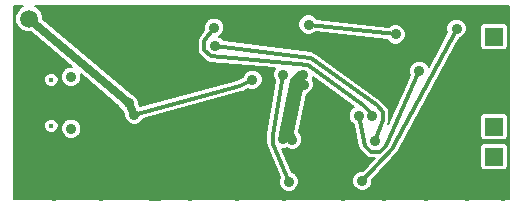
<source format=gbl>
%FSLAX45Y45*%
G04 Gerber Fmt 4.5, Leading zero omitted, Abs format (unit mm)*
G04 Created by KiCad (PCBNEW (2014-07-12 BZR 4289 GOST-COMMITTERS)-product) date 07.04.2017 13:29:06*
%MOMM*%
G01*
G04 APERTURE LIST*
%ADD10C,0.150000*%
%ADD11C,0.900000*%
%ADD12C,0.400000*%
%ADD13C,1.500000*%
%ADD14R,1.500000X1.500000*%
%ADD15C,5.000000*%
%ADD16R,0.800000X0.800000*%
%ADD17C,0.700000*%
%ADD18C,0.300000*%
%ADD19C,0.200000*%
G04 APERTURE END LIST*
D10*
D11*
X9296400Y-6214400D03*
X9296400Y-5774400D03*
D12*
X9130400Y-5799400D03*
X9130400Y-6189400D03*
D13*
X8940800Y-5283200D03*
X8940800Y-6705600D03*
D14*
X12877800Y-6451600D03*
X12877800Y-6197600D03*
D13*
X12877800Y-5943600D03*
D14*
X12877800Y-5435600D03*
D13*
X12877800Y-5689600D03*
D15*
X10007600Y-6575990D03*
X10010200Y-5418040D03*
D16*
X11498210Y-6433810D03*
X11578210Y-6193810D03*
X11578210Y-6273810D03*
X11578210Y-6353810D03*
X11578210Y-6433810D03*
X11578210Y-6513810D03*
X11498210Y-6193810D03*
X11498210Y-6273810D03*
X11498210Y-6353810D03*
X11498210Y-6513810D03*
D11*
X10827000Y-6300120D03*
X9150000Y-5210000D03*
X9550000Y-5210000D03*
X10500000Y-5210000D03*
X11330520Y-5210000D03*
X11550000Y-5210000D03*
X12000000Y-5210000D03*
X12600000Y-5210000D03*
X12950000Y-5210000D03*
X12950000Y-6780000D03*
X12650000Y-6780000D03*
X12300000Y-6780000D03*
X11950000Y-6780000D03*
X11100000Y-6780000D03*
X10700000Y-6780000D03*
X10300000Y-6780000D03*
X9550000Y-6780000D03*
X9150000Y-6780000D03*
X11595430Y-6781350D03*
X10687600Y-5759590D03*
X10660600Y-6010000D03*
X12061800Y-5560340D03*
X12307500Y-6190370D03*
X9785020Y-5999000D03*
X9831640Y-6093630D03*
X10832800Y-5797860D03*
X12045100Y-5415830D03*
X11307070Y-5331260D03*
X11092000Y-5756410D03*
X11141600Y-6660920D03*
X10516300Y-5511920D03*
X11871250Y-6319540D03*
X10507800Y-5358070D03*
X11845770Y-6105330D03*
X12244200Y-5722390D03*
X11732270Y-6104480D03*
X12560100Y-5366470D03*
X11763180Y-6655920D03*
X11266300Y-5840070D03*
X11171000Y-6306440D03*
X11264200Y-5762090D03*
X11094800Y-6302550D03*
D17*
X10582500Y-6774770D02*
X10700000Y-6780000D01*
X12587500Y-6194110D02*
X11973200Y-6756800D01*
X11973200Y-6756800D02*
X11950000Y-6780000D01*
X11498210Y-6513810D02*
X11493210Y-6518810D01*
X11493210Y-6518810D02*
X11493210Y-6553810D01*
X11493210Y-6553810D02*
X11493210Y-6573510D01*
X11493210Y-6573510D02*
X11595430Y-6781350D01*
X9150000Y-6780000D02*
X9550000Y-6780000D01*
X10827000Y-6300120D02*
X10660600Y-6010000D01*
X8940800Y-6705600D02*
X9150000Y-6780000D01*
X12877800Y-5943600D02*
X12587500Y-6194110D01*
X12587500Y-6194110D02*
X12307500Y-6190370D01*
X10582500Y-6774770D02*
X10589990Y-6734430D01*
X10589990Y-6734430D02*
X10827000Y-6300120D01*
X12300000Y-6780000D02*
X12650000Y-6780000D01*
X11550000Y-5210000D02*
X11330520Y-5210000D01*
X11595430Y-6781350D02*
X11950000Y-6780000D01*
X11950000Y-6780000D02*
X12300000Y-6780000D01*
X12000000Y-5210000D02*
X11550000Y-5210000D01*
X11330520Y-5210000D02*
X10500000Y-5210000D01*
X9550000Y-5210000D02*
X9150000Y-5210000D01*
X11100000Y-6780000D02*
X11595430Y-6781350D01*
X12600000Y-5210000D02*
X12000000Y-5210000D01*
D18*
X10687600Y-5759590D02*
X10450500Y-5658280D01*
X10450500Y-5658280D02*
X10025960Y-5380000D01*
X10025960Y-5380000D02*
X10000000Y-5380000D01*
D17*
X12877800Y-5689600D02*
X12737790Y-5537530D01*
X12737790Y-5537530D02*
X12737790Y-5483670D01*
X12737790Y-5483670D02*
X12737790Y-5333670D01*
X12737790Y-5333670D02*
X12775870Y-5295590D01*
X12775870Y-5295590D02*
X12950000Y-5210000D01*
X10300000Y-6780000D02*
X10582500Y-6774770D01*
X9785020Y-5999000D02*
X9831640Y-6093630D01*
D18*
X10832800Y-5797860D02*
X10724880Y-5849600D01*
X10724880Y-5849600D02*
X9831640Y-6093630D01*
D17*
X8940800Y-5283200D02*
X9785020Y-5999000D01*
D18*
X11307070Y-5331260D02*
X12045100Y-5415830D01*
X11092000Y-5756410D02*
X11004790Y-6265270D01*
X11004790Y-6265270D02*
X11004790Y-6339830D01*
X11004790Y-6339830D02*
X11141600Y-6660920D01*
X11871250Y-6319540D02*
X11935780Y-6142610D01*
X11935780Y-6142610D02*
X11935780Y-6068050D01*
X11935780Y-6068050D02*
X11883050Y-6015320D01*
X11883050Y-6015320D02*
X11330000Y-5615730D01*
X11330000Y-5615730D02*
X11321170Y-5612070D01*
X11321170Y-5612070D02*
X10516300Y-5511920D01*
X11845770Y-6105330D02*
X11822280Y-6067200D01*
X11822280Y-6067200D02*
X11769550Y-6014470D01*
X11769550Y-6014470D02*
X11301480Y-5672080D01*
X11301480Y-5672080D02*
X10479020Y-5601930D01*
X10479020Y-5601930D02*
X10426290Y-5549200D01*
X10426290Y-5549200D02*
X10426290Y-5474640D01*
X10426290Y-5474640D02*
X10507800Y-5358070D01*
X11732270Y-6104480D02*
X11781240Y-6356820D01*
X11781240Y-6356820D02*
X11833970Y-6409550D01*
X11833970Y-6409550D02*
X11908530Y-6409550D01*
X11908530Y-6409550D02*
X11961260Y-6356820D01*
X11961260Y-6356820D02*
X12244200Y-5722390D01*
X11763180Y-6655920D02*
X12017610Y-6385340D01*
X12017610Y-6385340D02*
X12560100Y-5366470D01*
D17*
X11094800Y-6302550D02*
X11094800Y-6259970D01*
X11094800Y-6259970D02*
X11188400Y-5807770D01*
X11188400Y-5807770D02*
X11234000Y-5762090D01*
X11234000Y-5762090D02*
X11264200Y-5762090D01*
X11171000Y-6306440D02*
X11152400Y-6244720D01*
X11152400Y-6244720D02*
X11230900Y-5837360D01*
X11230900Y-5837360D02*
X11266300Y-5840070D01*
D19*
G36*
X13008100Y-6810500D02*
X12992800Y-6810500D01*
X12992800Y-6534556D01*
X12992800Y-6518643D01*
X12992800Y-6368643D01*
X12992800Y-6280556D01*
X12992800Y-6264643D01*
X12992800Y-6114643D01*
X12992800Y-5518557D01*
X12992800Y-5502644D01*
X12992800Y-5352644D01*
X12986710Y-5337942D01*
X12975458Y-5326690D01*
X12960756Y-5320600D01*
X12944843Y-5320600D01*
X12794843Y-5320600D01*
X12780142Y-5326690D01*
X12768890Y-5337942D01*
X12762800Y-5352644D01*
X12762800Y-5368557D01*
X12762800Y-5518557D01*
X12768890Y-5533258D01*
X12780142Y-5544510D01*
X12794843Y-5550600D01*
X12810756Y-5550600D01*
X12960756Y-5550600D01*
X12975458Y-5544510D01*
X12986710Y-5533258D01*
X12992800Y-5518557D01*
X12992800Y-6114643D01*
X12986710Y-6099942D01*
X12975458Y-6088690D01*
X12960756Y-6082600D01*
X12944843Y-6082600D01*
X12794843Y-6082600D01*
X12780142Y-6088690D01*
X12768890Y-6099942D01*
X12762800Y-6114643D01*
X12762800Y-6130556D01*
X12762800Y-6280556D01*
X12768890Y-6295258D01*
X12780142Y-6306510D01*
X12794843Y-6312600D01*
X12810756Y-6312600D01*
X12960756Y-6312600D01*
X12975458Y-6306510D01*
X12986710Y-6295258D01*
X12992800Y-6280556D01*
X12992800Y-6368643D01*
X12986710Y-6353942D01*
X12975458Y-6342690D01*
X12960756Y-6336600D01*
X12944843Y-6336600D01*
X12794843Y-6336600D01*
X12780142Y-6342690D01*
X12768890Y-6353942D01*
X12762800Y-6368643D01*
X12762800Y-6384556D01*
X12762800Y-6534556D01*
X12768890Y-6549258D01*
X12780142Y-6560510D01*
X12794843Y-6566600D01*
X12810756Y-6566600D01*
X12960756Y-6566600D01*
X12975458Y-6560510D01*
X12986710Y-6549258D01*
X12992800Y-6534556D01*
X12992800Y-6810500D01*
X12645115Y-6810500D01*
X12645115Y-5349637D01*
X12632201Y-5318384D01*
X12608311Y-5294453D01*
X12577082Y-5281485D01*
X12543267Y-5281455D01*
X12512014Y-5294369D01*
X12488083Y-5318259D01*
X12475115Y-5349488D01*
X12475085Y-5383303D01*
X12481090Y-5397835D01*
X12323985Y-5692899D01*
X12316301Y-5674304D01*
X12292411Y-5650373D01*
X12261182Y-5637405D01*
X12227367Y-5637375D01*
X12196114Y-5650288D01*
X12172183Y-5674178D01*
X12159215Y-5705408D01*
X12159185Y-5739223D01*
X12167498Y-5759342D01*
X12130115Y-5843167D01*
X12130115Y-5398997D01*
X12117201Y-5367744D01*
X12093311Y-5343813D01*
X12062082Y-5330845D01*
X12028267Y-5330815D01*
X11997014Y-5343729D01*
X11986922Y-5353804D01*
X11379600Y-5284211D01*
X11379171Y-5283174D01*
X11355281Y-5259243D01*
X11324052Y-5246275D01*
X11290237Y-5246245D01*
X11258984Y-5259159D01*
X11235053Y-5283049D01*
X11222085Y-5314278D01*
X11222055Y-5348093D01*
X11234968Y-5379346D01*
X11258858Y-5403277D01*
X11290088Y-5416245D01*
X11323903Y-5416275D01*
X11355156Y-5403362D01*
X11365248Y-5393286D01*
X11972570Y-5462879D01*
X11972998Y-5463916D01*
X11996888Y-5487847D01*
X12028118Y-5500815D01*
X12061933Y-5500845D01*
X12093186Y-5487932D01*
X12117117Y-5464042D01*
X12130085Y-5432812D01*
X12130115Y-5398997D01*
X12130115Y-5843167D01*
X11984239Y-6170260D01*
X11987451Y-6161455D01*
X11988913Y-6151997D01*
X11990780Y-6142610D01*
X11990780Y-6068050D01*
X11990780Y-6068050D01*
X11990780Y-6068050D01*
X11986593Y-6047002D01*
X11974671Y-6029159D01*
X11921941Y-5976429D01*
X11918268Y-5973975D01*
X11915261Y-5970739D01*
X11362211Y-5571149D01*
X11356386Y-5568482D01*
X11351060Y-5564922D01*
X11342230Y-5561262D01*
X11334979Y-5559818D01*
X11327961Y-5557491D01*
X10589113Y-5465556D01*
X10588402Y-5463834D01*
X10564512Y-5439903D01*
X10548463Y-5433239D01*
X10555886Y-5430172D01*
X10579817Y-5406282D01*
X10592785Y-5375052D01*
X10592815Y-5341237D01*
X10579902Y-5309984D01*
X10556012Y-5286053D01*
X10524782Y-5273085D01*
X10490967Y-5273055D01*
X10459714Y-5285969D01*
X10435783Y-5309859D01*
X10422815Y-5341088D01*
X10422785Y-5374903D01*
X10425063Y-5380416D01*
X10381216Y-5443123D01*
X10378806Y-5448609D01*
X10375477Y-5453592D01*
X10374532Y-5458339D01*
X10372586Y-5462771D01*
X10372459Y-5468763D01*
X10371290Y-5474640D01*
X10371290Y-5549200D01*
X10375477Y-5570248D01*
X10387399Y-5588091D01*
X10440129Y-5640821D01*
X10447141Y-5645506D01*
X10453730Y-5650771D01*
X10456004Y-5651428D01*
X10457972Y-5652743D01*
X10466245Y-5654389D01*
X10474346Y-5656731D01*
X11024531Y-5703658D01*
X11019983Y-5708198D01*
X11007015Y-5739428D01*
X11006985Y-5773243D01*
X11019899Y-5804496D01*
X11026776Y-5811385D01*
X10950580Y-6255979D01*
X10950705Y-6260669D01*
X10949790Y-6265270D01*
X10949790Y-6339830D01*
X10949845Y-6340107D01*
X10949793Y-6340385D01*
X10951936Y-6350618D01*
X10953977Y-6360878D01*
X10954134Y-6361112D01*
X10954192Y-6361389D01*
X11065482Y-6622585D01*
X11056615Y-6643938D01*
X11056585Y-6677753D01*
X11069499Y-6709006D01*
X11093389Y-6732937D01*
X11124618Y-6745905D01*
X11158433Y-6745935D01*
X11189686Y-6733021D01*
X11213617Y-6709131D01*
X11226585Y-6677902D01*
X11226615Y-6644087D01*
X11213701Y-6612834D01*
X11189812Y-6588903D01*
X11166591Y-6579260D01*
X11084903Y-6387541D01*
X11111633Y-6387565D01*
X11128218Y-6380712D01*
X11154018Y-6391425D01*
X11187833Y-6391455D01*
X11219086Y-6378541D01*
X11243017Y-6354651D01*
X11255985Y-6323422D01*
X11256015Y-6289607D01*
X11243101Y-6258354D01*
X11231268Y-6246500D01*
X11229541Y-6240769D01*
X11291001Y-5921834D01*
X11314386Y-5912171D01*
X11338317Y-5888281D01*
X11351285Y-5857052D01*
X11351315Y-5823237D01*
X11341106Y-5798529D01*
X11349185Y-5779072D01*
X11349189Y-5775123D01*
X11694850Y-6027971D01*
X11684184Y-6032378D01*
X11660253Y-6056268D01*
X11647285Y-6087498D01*
X11647255Y-6121313D01*
X11660168Y-6152566D01*
X11684058Y-6176497D01*
X11690760Y-6179280D01*
X11727247Y-6367298D01*
X11729345Y-6372430D01*
X11730427Y-6377868D01*
X11733365Y-6382266D01*
X11735367Y-6387162D01*
X11739269Y-6391101D01*
X11742349Y-6395711D01*
X11795079Y-6448441D01*
X11812922Y-6460363D01*
X11833970Y-6464550D01*
X11833970Y-6464550D01*
X11833970Y-6464550D01*
X11867631Y-6464550D01*
X11767607Y-6570924D01*
X11746347Y-6570905D01*
X11715094Y-6583818D01*
X11691163Y-6607708D01*
X11678195Y-6638938D01*
X11678165Y-6672753D01*
X11691078Y-6704006D01*
X11714968Y-6727937D01*
X11746198Y-6740905D01*
X11780013Y-6740935D01*
X11811266Y-6728021D01*
X11835197Y-6704131D01*
X11848165Y-6672902D01*
X11848189Y-6645803D01*
X12057678Y-6423017D01*
X12061540Y-6416833D01*
X12066157Y-6411189D01*
X12577204Y-5451373D01*
X12608186Y-5438572D01*
X12632117Y-5414682D01*
X12645085Y-5383452D01*
X12645115Y-5349637D01*
X12645115Y-6810500D01*
X9381415Y-6810500D01*
X9381415Y-6197567D01*
X9368502Y-6166314D01*
X9344612Y-6142383D01*
X9313382Y-6129415D01*
X9279567Y-6129385D01*
X9248314Y-6142298D01*
X9224383Y-6166188D01*
X9211415Y-6197418D01*
X9211385Y-6231233D01*
X9224299Y-6262486D01*
X9248189Y-6286417D01*
X9279418Y-6299385D01*
X9313233Y-6299415D01*
X9344486Y-6286501D01*
X9368417Y-6262611D01*
X9381385Y-6231382D01*
X9381415Y-6197567D01*
X9381415Y-6810500D01*
X9190410Y-6810500D01*
X9190410Y-6177518D01*
X9190410Y-5787518D01*
X9181295Y-5765457D01*
X9164432Y-5748564D01*
X9142387Y-5739410D01*
X9118518Y-5739390D01*
X9096457Y-5748505D01*
X9079564Y-5765368D01*
X9070410Y-5787413D01*
X9070390Y-5811282D01*
X9079505Y-5833343D01*
X9096368Y-5850236D01*
X9118413Y-5859390D01*
X9142282Y-5859410D01*
X9164343Y-5850295D01*
X9181236Y-5833432D01*
X9190390Y-5811387D01*
X9190410Y-5787518D01*
X9190410Y-6177518D01*
X9181295Y-6155457D01*
X9164432Y-6138564D01*
X9142387Y-6129410D01*
X9118518Y-6129390D01*
X9096457Y-6138505D01*
X9079564Y-6155368D01*
X9070410Y-6177413D01*
X9070390Y-6201282D01*
X9079505Y-6223343D01*
X9096368Y-6240236D01*
X9118413Y-6249390D01*
X9142282Y-6249410D01*
X9164343Y-6240295D01*
X9181236Y-6223432D01*
X9190390Y-6201387D01*
X9190410Y-6177518D01*
X9190410Y-6810500D01*
X8810500Y-6810500D01*
X8810500Y-5178300D01*
X8893533Y-5178300D01*
X8875743Y-5185651D01*
X8843365Y-5217973D01*
X8825820Y-5260225D01*
X8825780Y-5305975D01*
X8843251Y-5348257D01*
X8875573Y-5380635D01*
X8917825Y-5398180D01*
X8960481Y-5398217D01*
X9303912Y-5689406D01*
X9279567Y-5689385D01*
X9248314Y-5702298D01*
X9224383Y-5726188D01*
X9211415Y-5757418D01*
X9211385Y-5791233D01*
X9224299Y-5822486D01*
X9248189Y-5846417D01*
X9279418Y-5859385D01*
X9313233Y-5859415D01*
X9344486Y-5846501D01*
X9368417Y-5822611D01*
X9381385Y-5791382D01*
X9381415Y-5757567D01*
X9379859Y-5753801D01*
X9705993Y-6030325D01*
X9712919Y-6047086D01*
X9736809Y-6071017D01*
X9736914Y-6071061D01*
X9746642Y-6090809D01*
X9746625Y-6110463D01*
X9759539Y-6141716D01*
X9783429Y-6165647D01*
X9814658Y-6178615D01*
X9848473Y-6178645D01*
X9879726Y-6165731D01*
X9903657Y-6141841D01*
X9908749Y-6129580D01*
X10739375Y-5902656D01*
X10743832Y-5900431D01*
X10748657Y-5899195D01*
X10798103Y-5875489D01*
X10815818Y-5882845D01*
X10849633Y-5882875D01*
X10880886Y-5869961D01*
X10904817Y-5846071D01*
X10917785Y-5814842D01*
X10917815Y-5781027D01*
X10904902Y-5749774D01*
X10881012Y-5725843D01*
X10849782Y-5712875D01*
X10815967Y-5712845D01*
X10784714Y-5725758D01*
X10760783Y-5749648D01*
X10749509Y-5776798D01*
X10705588Y-5797855D01*
X9881287Y-6023051D01*
X9879852Y-6021613D01*
X9879746Y-6021569D01*
X9870018Y-6001821D01*
X9870035Y-5982167D01*
X9857122Y-5950914D01*
X9833232Y-5926983D01*
X9802002Y-5914015D01*
X9800758Y-5914014D01*
X9055801Y-5282377D01*
X9055820Y-5260425D01*
X9038349Y-5218143D01*
X9006027Y-5185765D01*
X8988051Y-5178300D01*
X13008100Y-5178300D01*
X13008100Y-6810500D01*
X13008100Y-6810500D01*
G37*
X13008100Y-6810500D02*
X12992800Y-6810500D01*
X12992800Y-6534556D01*
X12992800Y-6518643D01*
X12992800Y-6368643D01*
X12992800Y-6280556D01*
X12992800Y-6264643D01*
X12992800Y-6114643D01*
X12992800Y-5518557D01*
X12992800Y-5502644D01*
X12992800Y-5352644D01*
X12986710Y-5337942D01*
X12975458Y-5326690D01*
X12960756Y-5320600D01*
X12944843Y-5320600D01*
X12794843Y-5320600D01*
X12780142Y-5326690D01*
X12768890Y-5337942D01*
X12762800Y-5352644D01*
X12762800Y-5368557D01*
X12762800Y-5518557D01*
X12768890Y-5533258D01*
X12780142Y-5544510D01*
X12794843Y-5550600D01*
X12810756Y-5550600D01*
X12960756Y-5550600D01*
X12975458Y-5544510D01*
X12986710Y-5533258D01*
X12992800Y-5518557D01*
X12992800Y-6114643D01*
X12986710Y-6099942D01*
X12975458Y-6088690D01*
X12960756Y-6082600D01*
X12944843Y-6082600D01*
X12794843Y-6082600D01*
X12780142Y-6088690D01*
X12768890Y-6099942D01*
X12762800Y-6114643D01*
X12762800Y-6130556D01*
X12762800Y-6280556D01*
X12768890Y-6295258D01*
X12780142Y-6306510D01*
X12794843Y-6312600D01*
X12810756Y-6312600D01*
X12960756Y-6312600D01*
X12975458Y-6306510D01*
X12986710Y-6295258D01*
X12992800Y-6280556D01*
X12992800Y-6368643D01*
X12986710Y-6353942D01*
X12975458Y-6342690D01*
X12960756Y-6336600D01*
X12944843Y-6336600D01*
X12794843Y-6336600D01*
X12780142Y-6342690D01*
X12768890Y-6353942D01*
X12762800Y-6368643D01*
X12762800Y-6384556D01*
X12762800Y-6534556D01*
X12768890Y-6549258D01*
X12780142Y-6560510D01*
X12794843Y-6566600D01*
X12810756Y-6566600D01*
X12960756Y-6566600D01*
X12975458Y-6560510D01*
X12986710Y-6549258D01*
X12992800Y-6534556D01*
X12992800Y-6810500D01*
X12645115Y-6810500D01*
X12645115Y-5349637D01*
X12632201Y-5318384D01*
X12608311Y-5294453D01*
X12577082Y-5281485D01*
X12543267Y-5281455D01*
X12512014Y-5294369D01*
X12488083Y-5318259D01*
X12475115Y-5349488D01*
X12475085Y-5383303D01*
X12481090Y-5397835D01*
X12323985Y-5692899D01*
X12316301Y-5674304D01*
X12292411Y-5650373D01*
X12261182Y-5637405D01*
X12227367Y-5637375D01*
X12196114Y-5650288D01*
X12172183Y-5674178D01*
X12159215Y-5705408D01*
X12159185Y-5739223D01*
X12167498Y-5759342D01*
X12130115Y-5843167D01*
X12130115Y-5398997D01*
X12117201Y-5367744D01*
X12093311Y-5343813D01*
X12062082Y-5330845D01*
X12028267Y-5330815D01*
X11997014Y-5343729D01*
X11986922Y-5353804D01*
X11379600Y-5284211D01*
X11379171Y-5283174D01*
X11355281Y-5259243D01*
X11324052Y-5246275D01*
X11290237Y-5246245D01*
X11258984Y-5259159D01*
X11235053Y-5283049D01*
X11222085Y-5314278D01*
X11222055Y-5348093D01*
X11234968Y-5379346D01*
X11258858Y-5403277D01*
X11290088Y-5416245D01*
X11323903Y-5416275D01*
X11355156Y-5403362D01*
X11365248Y-5393286D01*
X11972570Y-5462879D01*
X11972998Y-5463916D01*
X11996888Y-5487847D01*
X12028118Y-5500815D01*
X12061933Y-5500845D01*
X12093186Y-5487932D01*
X12117117Y-5464042D01*
X12130085Y-5432812D01*
X12130115Y-5398997D01*
X12130115Y-5843167D01*
X11984239Y-6170260D01*
X11987451Y-6161455D01*
X11988913Y-6151997D01*
X11990780Y-6142610D01*
X11990780Y-6068050D01*
X11990780Y-6068050D01*
X11990780Y-6068050D01*
X11986593Y-6047002D01*
X11974671Y-6029159D01*
X11921941Y-5976429D01*
X11918268Y-5973975D01*
X11915261Y-5970739D01*
X11362211Y-5571149D01*
X11356386Y-5568482D01*
X11351060Y-5564922D01*
X11342230Y-5561262D01*
X11334979Y-5559818D01*
X11327961Y-5557491D01*
X10589113Y-5465556D01*
X10588402Y-5463834D01*
X10564512Y-5439903D01*
X10548463Y-5433239D01*
X10555886Y-5430172D01*
X10579817Y-5406282D01*
X10592785Y-5375052D01*
X10592815Y-5341237D01*
X10579902Y-5309984D01*
X10556012Y-5286053D01*
X10524782Y-5273085D01*
X10490967Y-5273055D01*
X10459714Y-5285969D01*
X10435783Y-5309859D01*
X10422815Y-5341088D01*
X10422785Y-5374903D01*
X10425063Y-5380416D01*
X10381216Y-5443123D01*
X10378806Y-5448609D01*
X10375477Y-5453592D01*
X10374532Y-5458339D01*
X10372586Y-5462771D01*
X10372459Y-5468763D01*
X10371290Y-5474640D01*
X10371290Y-5549200D01*
X10375477Y-5570248D01*
X10387399Y-5588091D01*
X10440129Y-5640821D01*
X10447141Y-5645506D01*
X10453730Y-5650771D01*
X10456004Y-5651428D01*
X10457972Y-5652743D01*
X10466245Y-5654389D01*
X10474346Y-5656731D01*
X11024531Y-5703658D01*
X11019983Y-5708198D01*
X11007015Y-5739428D01*
X11006985Y-5773243D01*
X11019899Y-5804496D01*
X11026776Y-5811385D01*
X10950580Y-6255979D01*
X10950705Y-6260669D01*
X10949790Y-6265270D01*
X10949790Y-6339830D01*
X10949845Y-6340107D01*
X10949793Y-6340385D01*
X10951936Y-6350618D01*
X10953977Y-6360878D01*
X10954134Y-6361112D01*
X10954192Y-6361389D01*
X11065482Y-6622585D01*
X11056615Y-6643938D01*
X11056585Y-6677753D01*
X11069499Y-6709006D01*
X11093389Y-6732937D01*
X11124618Y-6745905D01*
X11158433Y-6745935D01*
X11189686Y-6733021D01*
X11213617Y-6709131D01*
X11226585Y-6677902D01*
X11226615Y-6644087D01*
X11213701Y-6612834D01*
X11189812Y-6588903D01*
X11166591Y-6579260D01*
X11084903Y-6387541D01*
X11111633Y-6387565D01*
X11128218Y-6380712D01*
X11154018Y-6391425D01*
X11187833Y-6391455D01*
X11219086Y-6378541D01*
X11243017Y-6354651D01*
X11255985Y-6323422D01*
X11256015Y-6289607D01*
X11243101Y-6258354D01*
X11231268Y-6246500D01*
X11229541Y-6240769D01*
X11291001Y-5921834D01*
X11314386Y-5912171D01*
X11338317Y-5888281D01*
X11351285Y-5857052D01*
X11351315Y-5823237D01*
X11341106Y-5798529D01*
X11349185Y-5779072D01*
X11349189Y-5775123D01*
X11694850Y-6027971D01*
X11684184Y-6032378D01*
X11660253Y-6056268D01*
X11647285Y-6087498D01*
X11647255Y-6121313D01*
X11660168Y-6152566D01*
X11684058Y-6176497D01*
X11690760Y-6179280D01*
X11727247Y-6367298D01*
X11729345Y-6372430D01*
X11730427Y-6377868D01*
X11733365Y-6382266D01*
X11735367Y-6387162D01*
X11739269Y-6391101D01*
X11742349Y-6395711D01*
X11795079Y-6448441D01*
X11812922Y-6460363D01*
X11833970Y-6464550D01*
X11833970Y-6464550D01*
X11833970Y-6464550D01*
X11867631Y-6464550D01*
X11767607Y-6570924D01*
X11746347Y-6570905D01*
X11715094Y-6583818D01*
X11691163Y-6607708D01*
X11678195Y-6638938D01*
X11678165Y-6672753D01*
X11691078Y-6704006D01*
X11714968Y-6727937D01*
X11746198Y-6740905D01*
X11780013Y-6740935D01*
X11811266Y-6728021D01*
X11835197Y-6704131D01*
X11848165Y-6672902D01*
X11848189Y-6645803D01*
X12057678Y-6423017D01*
X12061540Y-6416833D01*
X12066157Y-6411189D01*
X12577204Y-5451373D01*
X12608186Y-5438572D01*
X12632117Y-5414682D01*
X12645085Y-5383452D01*
X12645115Y-5349637D01*
X12645115Y-6810500D01*
X9381415Y-6810500D01*
X9381415Y-6197567D01*
X9368502Y-6166314D01*
X9344612Y-6142383D01*
X9313382Y-6129415D01*
X9279567Y-6129385D01*
X9248314Y-6142298D01*
X9224383Y-6166188D01*
X9211415Y-6197418D01*
X9211385Y-6231233D01*
X9224299Y-6262486D01*
X9248189Y-6286417D01*
X9279418Y-6299385D01*
X9313233Y-6299415D01*
X9344486Y-6286501D01*
X9368417Y-6262611D01*
X9381385Y-6231382D01*
X9381415Y-6197567D01*
X9381415Y-6810500D01*
X9190410Y-6810500D01*
X9190410Y-6177518D01*
X9190410Y-5787518D01*
X9181295Y-5765457D01*
X9164432Y-5748564D01*
X9142387Y-5739410D01*
X9118518Y-5739390D01*
X9096457Y-5748505D01*
X9079564Y-5765368D01*
X9070410Y-5787413D01*
X9070390Y-5811282D01*
X9079505Y-5833343D01*
X9096368Y-5850236D01*
X9118413Y-5859390D01*
X9142282Y-5859410D01*
X9164343Y-5850295D01*
X9181236Y-5833432D01*
X9190390Y-5811387D01*
X9190410Y-5787518D01*
X9190410Y-6177518D01*
X9181295Y-6155457D01*
X9164432Y-6138564D01*
X9142387Y-6129410D01*
X9118518Y-6129390D01*
X9096457Y-6138505D01*
X9079564Y-6155368D01*
X9070410Y-6177413D01*
X9070390Y-6201282D01*
X9079505Y-6223343D01*
X9096368Y-6240236D01*
X9118413Y-6249390D01*
X9142282Y-6249410D01*
X9164343Y-6240295D01*
X9181236Y-6223432D01*
X9190390Y-6201387D01*
X9190410Y-6177518D01*
X9190410Y-6810500D01*
X8810500Y-6810500D01*
X8810500Y-5178300D01*
X8893533Y-5178300D01*
X8875743Y-5185651D01*
X8843365Y-5217973D01*
X8825820Y-5260225D01*
X8825780Y-5305975D01*
X8843251Y-5348257D01*
X8875573Y-5380635D01*
X8917825Y-5398180D01*
X8960481Y-5398217D01*
X9303912Y-5689406D01*
X9279567Y-5689385D01*
X9248314Y-5702298D01*
X9224383Y-5726188D01*
X9211415Y-5757418D01*
X9211385Y-5791233D01*
X9224299Y-5822486D01*
X9248189Y-5846417D01*
X9279418Y-5859385D01*
X9313233Y-5859415D01*
X9344486Y-5846501D01*
X9368417Y-5822611D01*
X9381385Y-5791382D01*
X9381415Y-5757567D01*
X9379859Y-5753801D01*
X9705993Y-6030325D01*
X9712919Y-6047086D01*
X9736809Y-6071017D01*
X9736914Y-6071061D01*
X9746642Y-6090809D01*
X9746625Y-6110463D01*
X9759539Y-6141716D01*
X9783429Y-6165647D01*
X9814658Y-6178615D01*
X9848473Y-6178645D01*
X9879726Y-6165731D01*
X9903657Y-6141841D01*
X9908749Y-6129580D01*
X10739375Y-5902656D01*
X10743832Y-5900431D01*
X10748657Y-5899195D01*
X10798103Y-5875489D01*
X10815818Y-5882845D01*
X10849633Y-5882875D01*
X10880886Y-5869961D01*
X10904817Y-5846071D01*
X10917785Y-5814842D01*
X10917815Y-5781027D01*
X10904902Y-5749774D01*
X10881012Y-5725843D01*
X10849782Y-5712875D01*
X10815967Y-5712845D01*
X10784714Y-5725758D01*
X10760783Y-5749648D01*
X10749509Y-5776798D01*
X10705588Y-5797855D01*
X9881287Y-6023051D01*
X9879852Y-6021613D01*
X9879746Y-6021569D01*
X9870018Y-6001821D01*
X9870035Y-5982167D01*
X9857122Y-5950914D01*
X9833232Y-5926983D01*
X9802002Y-5914015D01*
X9800758Y-5914014D01*
X9055801Y-5282377D01*
X9055820Y-5260425D01*
X9038349Y-5218143D01*
X9006027Y-5185765D01*
X8988051Y-5178300D01*
X13008100Y-5178300D01*
X13008100Y-6810500D01*
M02*

</source>
